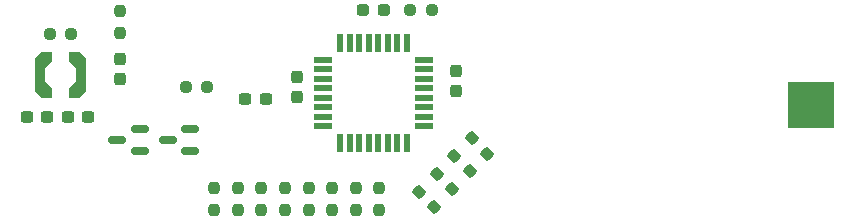
<source format=gbr>
%TF.GenerationSoftware,KiCad,Pcbnew,8.0.5*%
%TF.CreationDate,2024-12-02T23:37:23+00:00*%
%TF.ProjectId,piano-board,7069616e-6f2d-4626-9f61-72642e6b6963,rev?*%
%TF.SameCoordinates,Original*%
%TF.FileFunction,Paste,Top*%
%TF.FilePolarity,Positive*%
%FSLAX46Y46*%
G04 Gerber Fmt 4.6, Leading zero omitted, Abs format (unit mm)*
G04 Created by KiCad (PCBNEW 8.0.5) date 2024-12-02 23:37:23*
%MOMM*%
%LPD*%
G01*
G04 APERTURE LIST*
G04 Aperture macros list*
%AMRoundRect*
0 Rectangle with rounded corners*
0 $1 Rounding radius*
0 $2 $3 $4 $5 $6 $7 $8 $9 X,Y pos of 4 corners*
0 Add a 4 corners polygon primitive as box body*
4,1,4,$2,$3,$4,$5,$6,$7,$8,$9,$2,$3,0*
0 Add four circle primitives for the rounded corners*
1,1,$1+$1,$2,$3*
1,1,$1+$1,$4,$5*
1,1,$1+$1,$6,$7*
1,1,$1+$1,$8,$9*
0 Add four rect primitives between the rounded corners*
20,1,$1+$1,$2,$3,$4,$5,0*
20,1,$1+$1,$4,$5,$6,$7,0*
20,1,$1+$1,$6,$7,$8,$9,0*
20,1,$1+$1,$8,$9,$2,$3,0*%
%AMFreePoly0*
4,1,11,1.015000,1.170000,0.435000,0.575000,0.435000,-0.575000,1.015000,-1.170000,1.015000,-1.945000,0.125000,-1.945000,-0.435000,-1.395000,-0.435000,1.395000,0.125000,1.945000,1.015000,1.945000,1.015000,1.170000,1.015000,1.170000,$1*%
%AMFreePoly1*
4,1,11,0.435000,1.395000,0.435000,-1.395000,-0.125000,-1.945000,-1.015000,-1.945000,-1.015000,-1.170000,-0.435000,-0.575000,-0.435000,0.575000,-1.015000,1.170000,-1.015000,1.945000,-0.125000,1.945000,0.435000,1.395000,0.435000,1.395000,$1*%
G04 Aperture macros list end*
%ADD10RoundRect,0.237500X-0.237500X0.250000X-0.237500X-0.250000X0.237500X-0.250000X0.237500X0.250000X0*%
%ADD11RoundRect,0.237500X0.287500X0.237500X-0.287500X0.237500X-0.287500X-0.237500X0.287500X-0.237500X0*%
%ADD12FreePoly0,180.000000*%
%ADD13FreePoly1,180.000000*%
%ADD14RoundRect,0.237500X-0.344715X0.008839X0.008839X-0.344715X0.344715X-0.008839X-0.008839X0.344715X0*%
%ADD15RoundRect,0.237500X0.250000X0.237500X-0.250000X0.237500X-0.250000X-0.237500X0.250000X-0.237500X0*%
%ADD16RoundRect,0.237500X-0.300000X-0.237500X0.300000X-0.237500X0.300000X0.237500X-0.300000X0.237500X0*%
%ADD17RoundRect,0.237500X-0.237500X0.300000X-0.237500X-0.300000X0.237500X-0.300000X0.237500X0.300000X0*%
%ADD18R,1.600000X0.550000*%
%ADD19R,0.550000X1.600000*%
%ADD20RoundRect,0.150000X0.587500X0.150000X-0.587500X0.150000X-0.587500X-0.150000X0.587500X-0.150000X0*%
%ADD21RoundRect,0.237500X0.300000X0.237500X-0.300000X0.237500X-0.300000X-0.237500X0.300000X-0.237500X0*%
%ADD22RoundRect,0.237500X0.237500X-0.300000X0.237500X0.300000X-0.237500X0.300000X-0.237500X-0.300000X0*%
%ADD23RoundRect,0.237500X-0.250000X-0.237500X0.250000X-0.237500X0.250000X0.237500X-0.250000X0.237500X0*%
%ADD24R,4.000000X4.000000*%
G04 APERTURE END LIST*
D10*
%TO.C,R6*%
X196500000Y-58087500D03*
X196500000Y-59912500D03*
%TD*%
%TO.C,R8*%
X200500000Y-58087500D03*
X200500000Y-59912500D03*
%TD*%
D11*
%TO.C,D1*%
X200874999Y-43000000D03*
X199125001Y-43000000D03*
%TD*%
D12*
%TO.C,L1*%
X175265000Y-48500000D03*
D13*
X171735000Y-48500000D03*
%TD*%
D14*
%TO.C,R12*%
X208354765Y-53854765D03*
X209645235Y-55145235D03*
%TD*%
D10*
%TO.C,R4*%
X192500000Y-58087500D03*
X192500000Y-59912500D03*
%TD*%
D15*
%TO.C,R15*%
X174412500Y-45000000D03*
X172587500Y-45000000D03*
%TD*%
D16*
%TO.C,C5*%
X170637499Y-52000000D03*
X172362501Y-52000000D03*
%TD*%
D10*
%TO.C,R5*%
X194500000Y-58087500D03*
X194500000Y-59912500D03*
%TD*%
D17*
%TO.C,C2*%
X178500000Y-47137498D03*
X178500000Y-48862500D03*
%TD*%
D18*
%TO.C,U1*%
X204250000Y-52800000D03*
X204250000Y-52000000D03*
X204250000Y-51200000D03*
X204250000Y-50400000D03*
X204250000Y-49600000D03*
X204250000Y-48800000D03*
X204250000Y-48000000D03*
X204250000Y-47200000D03*
D19*
X202800000Y-45750000D03*
X202000000Y-45750000D03*
X201200000Y-45750000D03*
X200400000Y-45750000D03*
X199600000Y-45750000D03*
X198800000Y-45750000D03*
X198000000Y-45750000D03*
X197200000Y-45750000D03*
D18*
X195750000Y-47200000D03*
X195750000Y-48000000D03*
X195750000Y-48800000D03*
X195750000Y-49600000D03*
X195750000Y-50400000D03*
X195750000Y-51200000D03*
X195750000Y-52000000D03*
X195750000Y-52800000D03*
D19*
X197200000Y-54250000D03*
X198000000Y-54250000D03*
X198800000Y-54250000D03*
X199600000Y-54250000D03*
X200400000Y-54250000D03*
X201200000Y-54250000D03*
X202000000Y-54250000D03*
X202800000Y-54250000D03*
%TD*%
D17*
%TO.C,C4*%
X193500000Y-48637499D03*
X193500000Y-50362501D03*
%TD*%
D20*
%TO.C,Q1*%
X180194858Y-54950000D03*
X180194858Y-53050000D03*
X178319857Y-54000000D03*
%TD*%
D21*
%TO.C,C6*%
X175862501Y-52000000D03*
X174137499Y-52000000D03*
%TD*%
D10*
%TO.C,R7*%
X198500000Y-58087500D03*
X198500000Y-59912500D03*
%TD*%
%TO.C,R2*%
X188500000Y-58087500D03*
X188500000Y-59912500D03*
%TD*%
%TO.C,R3*%
X190500000Y-58087500D03*
X190500000Y-59912500D03*
%TD*%
D22*
%TO.C,C3*%
X207000000Y-49862501D03*
X207000000Y-48137499D03*
%TD*%
D10*
%TO.C,FB1*%
X178500000Y-43087500D03*
X178500000Y-44912500D03*
%TD*%
D23*
%TO.C,R13*%
X184087500Y-49500000D03*
X185912500Y-49500000D03*
%TD*%
D10*
%TO.C,R1*%
X186500000Y-58087500D03*
X186500000Y-59912500D03*
%TD*%
D21*
%TO.C,C1*%
X190862501Y-50500000D03*
X189137499Y-50500000D03*
%TD*%
D14*
%TO.C,R9*%
X203854765Y-58354765D03*
X205145235Y-59645235D03*
%TD*%
D24*
%TO.C,BT1*%
X237000000Y-51000000D03*
%TD*%
D20*
%TO.C,Q2*%
X184437500Y-54950000D03*
X184437500Y-53050000D03*
X182562499Y-54000000D03*
%TD*%
D23*
%TO.C,R14*%
X203087500Y-43000000D03*
X204912500Y-43000000D03*
%TD*%
D14*
%TO.C,R10*%
X205354765Y-56854765D03*
X206645235Y-58145235D03*
%TD*%
%TO.C,R11*%
X206854765Y-55354765D03*
X208145235Y-56645235D03*
%TD*%
M02*

</source>
